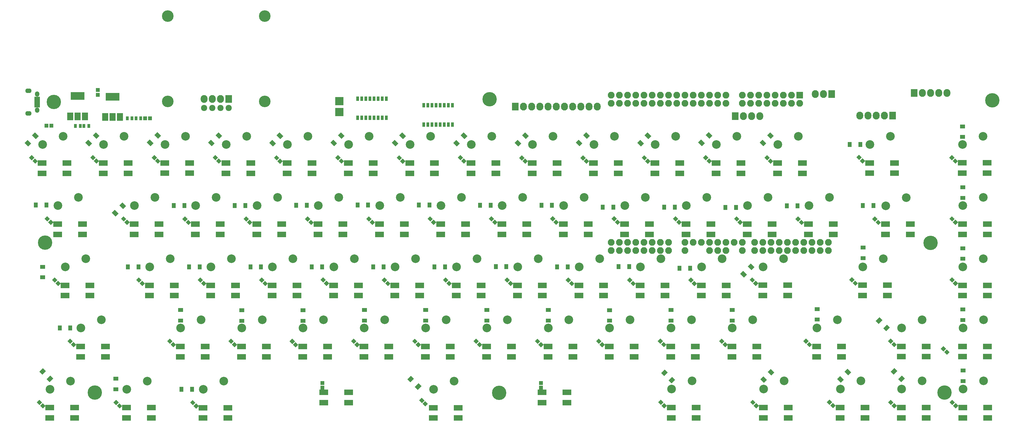
<source format=gbs>
G04 #@! TF.FileFunction,Soldermask,Bot*
%FSLAX46Y46*%
G04 Gerber Fmt 4.6, Leading zero omitted, Abs format (unit mm)*
G04 Created by KiCad (PCBNEW 4.0.7) date Fri Feb  9 22:51:10 2018*
%MOMM*%
%LPD*%
G01*
G04 APERTURE LIST*
%ADD10C,0.100000*%
%ADD11R,0.900000X1.400000*%
%ADD12C,4.464000*%
%ADD13C,1.924000*%
%ADD14C,3.600000*%
%ADD15R,2.127200X2.432000*%
%ADD16O,2.127200X2.432000*%
%ADD17R,4.200000X2.400000*%
%ADD18R,1.900000X2.400000*%
%ADD19R,1.310000X1.620000*%
%ADD20R,1.620000X1.310000*%
%ADD21R,1.150000X1.200000*%
%ADD22R,1.200000X1.150000*%
%ADD23R,0.900000X1.300000*%
%ADD24R,1.750000X0.800000*%
%ADD25O,1.350000X1.650000*%
%ADD26O,1.950000X1.400000*%
%ADD27R,2.635200X2.635200*%
%ADD28R,2.100000X2.100000*%
%ADD29O,2.100000X2.100000*%
%ADD30C,2.100000*%
%ADD31C,2.686000*%
%ADD32R,2.700000X1.700000*%
G04 APERTURE END LIST*
D10*
D11*
X115490000Y108660000D03*
X114220000Y108660000D03*
X112950000Y108660000D03*
X111680000Y108660000D03*
X110410000Y108660000D03*
X109140000Y108660000D03*
X107870000Y108660000D03*
X106600000Y108660000D03*
X106600000Y114660000D03*
X107870000Y114660000D03*
X109140000Y114660000D03*
X110410000Y114660000D03*
X111680000Y114660000D03*
X112950000Y114660000D03*
X114220000Y114660000D03*
X115490000Y114660000D03*
D10*
G36*
X180528820Y39338008D02*
X181341992Y40151180D01*
X182190520Y39302652D01*
X181377348Y38489480D01*
X180528820Y39338008D01*
X180528820Y39338008D01*
G37*
G36*
X181589480Y38277348D02*
X182402652Y39090520D01*
X183251180Y38241992D01*
X182438008Y37428820D01*
X181589480Y38277348D01*
X181589480Y38277348D01*
G37*
G36*
X123528820Y39338008D02*
X124341992Y40151180D01*
X125190520Y39302652D01*
X124377348Y38489480D01*
X123528820Y39338008D01*
X123528820Y39338008D01*
G37*
G36*
X124589480Y38277348D02*
X125402652Y39090520D01*
X126251180Y38241992D01*
X125438008Y37428820D01*
X124589480Y38277348D01*
X124589480Y38277348D01*
G37*
G36*
X6636518Y104182031D02*
X7782031Y103036518D01*
X6855722Y102110209D01*
X5710209Y103255722D01*
X6636518Y104182031D01*
X6636518Y104182031D01*
G37*
G36*
X4324278Y101869791D02*
X5469791Y100724278D01*
X4543482Y99797969D01*
X3397969Y100943482D01*
X4324278Y101869791D01*
X4324278Y101869791D01*
G37*
D12*
X147515000Y114490000D03*
D13*
X66620000Y111780000D03*
X64080000Y111780000D03*
X61540000Y111780000D03*
X59000000Y111780000D03*
D14*
X47810000Y113780000D03*
X77810000Y113780000D03*
X47810000Y140280000D03*
X77810000Y140280000D03*
D15*
X253550000Y116020000D03*
D16*
X251010000Y116020000D03*
X248470000Y116020000D03*
D15*
X223650000Y109170000D03*
D16*
X226190000Y109170000D03*
X228730000Y109170000D03*
X231270000Y109170000D03*
D12*
X9740000Y69890000D03*
X284165000Y69815000D03*
X303340000Y114140000D03*
X150440000Y23290000D03*
X288490000Y23340000D03*
X25190000Y23315000D03*
D17*
X30690000Y115240000D03*
D18*
X30690000Y108940000D03*
X28390000Y108940000D03*
X32990000Y108940000D03*
D19*
X52925000Y81390000D03*
X49655000Y81390000D03*
X10190000Y81570000D03*
X6920000Y81570000D03*
D20*
X9000000Y62400000D03*
X9000000Y59130000D03*
D19*
X17575000Y43390000D03*
X14305000Y43390000D03*
D10*
G36*
X12332031Y27743482D02*
X11186518Y26597969D01*
X10260209Y27524278D01*
X11405722Y28669791D01*
X12332031Y27743482D01*
X12332031Y27743482D01*
G37*
G36*
X10019791Y30055722D02*
X8874278Y28910209D01*
X7947969Y29836518D01*
X9093482Y30982031D01*
X10019791Y30055722D01*
X10019791Y30055722D01*
G37*
G36*
X25480398Y104225911D02*
X26625911Y103080398D01*
X25699602Y102154089D01*
X24554089Y103299602D01*
X25480398Y104225911D01*
X25480398Y104225911D01*
G37*
G36*
X23168158Y101913671D02*
X24313671Y100768158D01*
X23387362Y99841849D01*
X22241849Y100987362D01*
X23168158Y101913671D01*
X23168158Y101913671D01*
G37*
G36*
X33686518Y82432031D02*
X34832031Y81286518D01*
X33905722Y80360209D01*
X32760209Y81505722D01*
X33686518Y82432031D01*
X33686518Y82432031D01*
G37*
G36*
X31374278Y80119791D02*
X32519791Y78974278D01*
X31593482Y78047969D01*
X30447969Y79193482D01*
X31374278Y80119791D01*
X31374278Y80119791D01*
G37*
D19*
X38690000Y62400000D03*
X35420000Y62400000D03*
D20*
X31650000Y24385000D03*
X31650000Y27655000D03*
D10*
G36*
X44530398Y104275911D02*
X45675911Y103130398D01*
X44749602Y102204089D01*
X43604089Y103349602D01*
X44530398Y104275911D01*
X44530398Y104275911D01*
G37*
G36*
X42218158Y101963671D02*
X43363671Y100818158D01*
X42437362Y99891849D01*
X41291849Y101037362D01*
X42218158Y101963671D01*
X42218158Y101963671D01*
G37*
D19*
X57665000Y62380000D03*
X54395000Y62380000D03*
D20*
X51750000Y45715000D03*
X51750000Y48985000D03*
D19*
X55305000Y24390000D03*
X52035000Y24390000D03*
D10*
G36*
X63486518Y104232031D02*
X64632031Y103086518D01*
X63705722Y102160209D01*
X62560209Y103305722D01*
X63486518Y104232031D01*
X63486518Y104232031D01*
G37*
G36*
X61174278Y101919791D02*
X62319791Y100774278D01*
X61393482Y99847969D01*
X60247969Y100993482D01*
X61174278Y101919791D01*
X61174278Y101919791D01*
G37*
D19*
X71795000Y81470000D03*
X68525000Y81470000D03*
X76665000Y62390000D03*
X73395000Y62390000D03*
D20*
X70750000Y45655000D03*
X70750000Y48925000D03*
D10*
G36*
X82436518Y104182031D02*
X83582031Y103036518D01*
X82655722Y102110209D01*
X81510209Y103255722D01*
X82436518Y104182031D01*
X82436518Y104182031D01*
G37*
G36*
X80124278Y101869791D02*
X81269791Y100724278D01*
X80343482Y99797969D01*
X79197969Y100943482D01*
X80124278Y101869791D01*
X80124278Y101869791D01*
G37*
D19*
X90835000Y81500000D03*
X87565000Y81500000D03*
X95655000Y62350000D03*
X92385000Y62350000D03*
D20*
X89720000Y45655000D03*
X89720000Y48925000D03*
D10*
G36*
X101436518Y104232031D02*
X102582031Y103086518D01*
X101655722Y102160209D01*
X100510209Y103305722D01*
X101436518Y104232031D01*
X101436518Y104232031D01*
G37*
G36*
X99124278Y101919791D02*
X100269791Y100774278D01*
X99343482Y99847969D01*
X98197969Y100993482D01*
X99124278Y101919791D01*
X99124278Y101919791D01*
G37*
D19*
X109860000Y81560000D03*
X106590000Y81560000D03*
X114675000Y62400000D03*
X111405000Y62400000D03*
D20*
X108710000Y45725000D03*
X108710000Y48995000D03*
D10*
G36*
X120442638Y104188151D02*
X121588151Y103042638D01*
X120661842Y102116329D01*
X119516329Y103261842D01*
X120442638Y104188151D01*
X120442638Y104188151D01*
G37*
G36*
X118130398Y101875911D02*
X119275911Y100730398D01*
X118349602Y99804089D01*
X117204089Y100949602D01*
X118130398Y101875911D01*
X118130398Y101875911D01*
G37*
D19*
X128850000Y81620000D03*
X125580000Y81620000D03*
X133695000Y62390000D03*
X130425000Y62390000D03*
D20*
X127670000Y45740000D03*
X127670000Y49010000D03*
D10*
G36*
X126392031Y25383482D02*
X125246518Y24237969D01*
X124320209Y25164278D01*
X125465722Y26309791D01*
X126392031Y25383482D01*
X126392031Y25383482D01*
G37*
G36*
X124079791Y27695722D02*
X122934278Y26550209D01*
X122007969Y27476518D01*
X123153482Y28622031D01*
X124079791Y27695722D01*
X124079791Y27695722D01*
G37*
G36*
X139486518Y104182031D02*
X140632031Y103036518D01*
X139705722Y102110209D01*
X138560209Y103255722D01*
X139486518Y104182031D01*
X139486518Y104182031D01*
G37*
G36*
X137174278Y101869791D02*
X138319791Y100724278D01*
X137393482Y99797969D01*
X136247969Y100943482D01*
X137174278Y101869791D01*
X137174278Y101869791D01*
G37*
D19*
X147860000Y81550000D03*
X144590000Y81550000D03*
X152695000Y62500000D03*
X149425000Y62500000D03*
D20*
X146690000Y45705000D03*
X146690000Y48975000D03*
D10*
G36*
X158486518Y104182031D02*
X159632031Y103036518D01*
X158705722Y102110209D01*
X157560209Y103255722D01*
X158486518Y104182031D01*
X158486518Y104182031D01*
G37*
G36*
X156174278Y101869791D02*
X157319791Y100724278D01*
X156393482Y99797969D01*
X155247969Y100943482D01*
X156174278Y101869791D01*
X156174278Y101869791D01*
G37*
D19*
X166860000Y81500000D03*
X163590000Y81500000D03*
X171705000Y62380000D03*
X168435000Y62380000D03*
D20*
X165730000Y45715000D03*
X165730000Y48985000D03*
D10*
G36*
X177436518Y104232031D02*
X178582031Y103086518D01*
X177655722Y102160209D01*
X176510209Y103305722D01*
X177436518Y104232031D01*
X177436518Y104232031D01*
G37*
G36*
X175124278Y101919791D02*
X176269791Y100774278D01*
X175343482Y99847969D01*
X174197969Y100993482D01*
X175124278Y101919791D01*
X175124278Y101919791D01*
G37*
D19*
X185855000Y80900000D03*
X182585000Y80900000D03*
X190765000Y62460000D03*
X187495000Y62460000D03*
D20*
X184690000Y45685000D03*
X184690000Y48955000D03*
D10*
G36*
X196486518Y104182031D02*
X197632031Y103036518D01*
X196705722Y102110209D01*
X195560209Y103255722D01*
X196486518Y104182031D01*
X196486518Y104182031D01*
G37*
G36*
X194174278Y101869791D02*
X195319791Y100724278D01*
X194393482Y99797969D01*
X193247969Y100943482D01*
X194174278Y101869791D01*
X194174278Y101869791D01*
G37*
D19*
X204915000Y80920000D03*
X201645000Y80920000D03*
X209670000Y61960000D03*
X206400000Y61960000D03*
D20*
X203700000Y45695000D03*
X203700000Y48965000D03*
D10*
G36*
X205032031Y27343482D02*
X203886518Y26197969D01*
X202960209Y27124278D01*
X204105722Y28269791D01*
X205032031Y27343482D01*
X205032031Y27343482D01*
G37*
G36*
X202719791Y29655722D02*
X201574278Y28510209D01*
X200647969Y29436518D01*
X201793482Y30582031D01*
X202719791Y29655722D01*
X202719791Y29655722D01*
G37*
G36*
X215386518Y104282031D02*
X216532031Y103136518D01*
X215605722Y102210209D01*
X214460209Y103355722D01*
X215386518Y104282031D01*
X215386518Y104282031D01*
G37*
G36*
X213074278Y101969791D02*
X214219791Y100824278D01*
X213293482Y99897969D01*
X212147969Y101043482D01*
X213074278Y101969791D01*
X213074278Y101969791D01*
G37*
D19*
X223865000Y80860000D03*
X220595000Y80860000D03*
D10*
G36*
X228430398Y63475911D02*
X229575911Y62330398D01*
X228649602Y61404089D01*
X227504089Y62549602D01*
X228430398Y63475911D01*
X228430398Y63475911D01*
G37*
G36*
X226118158Y61163671D02*
X227263671Y60018158D01*
X226337362Y59091849D01*
X225191849Y60237362D01*
X226118158Y61163671D01*
X226118158Y61163671D01*
G37*
D20*
X222700000Y45735000D03*
X222700000Y49005000D03*
D10*
G36*
X232533482Y26367969D02*
X231387969Y27513482D01*
X232314278Y28439791D01*
X233459791Y27294278D01*
X232533482Y26367969D01*
X232533482Y26367969D01*
G37*
G36*
X234845722Y28680209D02*
X233700209Y29825722D01*
X234626518Y30752031D01*
X235772031Y29606518D01*
X234845722Y28680209D01*
X234845722Y28680209D01*
G37*
G36*
X234436518Y104232031D02*
X235582031Y103086518D01*
X234655722Y102160209D01*
X233510209Y103305722D01*
X234436518Y104232031D01*
X234436518Y104232031D01*
G37*
G36*
X232124278Y101919791D02*
X233269791Y100774278D01*
X232343482Y99847969D01*
X231197969Y100993482D01*
X232124278Y101919791D01*
X232124278Y101919791D01*
G37*
D19*
X242905000Y81380000D03*
X239635000Y81380000D03*
D20*
X248990000Y46005000D03*
X248990000Y49275000D03*
D10*
G36*
X256319602Y26414089D02*
X255174089Y27559602D01*
X256100398Y28485911D01*
X257245911Y27340398D01*
X256319602Y26414089D01*
X256319602Y26414089D01*
G37*
G36*
X258631842Y28726329D02*
X257486329Y29871842D01*
X258412638Y30798151D01*
X259558151Y29652638D01*
X258631842Y28726329D01*
X258631842Y28726329D01*
G37*
D19*
X262405000Y100410000D03*
X259135000Y100410000D03*
X266475000Y81390000D03*
X263205000Y81390000D03*
D20*
X263240000Y65105000D03*
X263240000Y68375000D03*
D10*
G36*
X276207031Y27749602D02*
X275061518Y26604089D01*
X274135209Y27530398D01*
X275280722Y28675911D01*
X276207031Y27749602D01*
X276207031Y27749602D01*
G37*
G36*
X273894791Y30061842D02*
X272749278Y28916329D01*
X271822969Y29842638D01*
X272968482Y30988151D01*
X273894791Y30061842D01*
X273894791Y30061842D01*
G37*
D21*
X26115000Y115815000D03*
X26115000Y117315000D03*
D22*
X40740000Y108490000D03*
X42240000Y108490000D03*
D23*
X39415000Y108490000D03*
X37915000Y108490000D03*
X36715000Y108490000D03*
X35215000Y108490000D03*
D10*
G36*
X4778820Y96338008D02*
X5591992Y97151180D01*
X6440520Y96302652D01*
X5627348Y95489480D01*
X4778820Y96338008D01*
X4778820Y96338008D01*
G37*
G36*
X5839480Y95277348D02*
X6652652Y96090520D01*
X7501180Y95241992D01*
X6688008Y94428820D01*
X5839480Y95277348D01*
X5839480Y95277348D01*
G37*
G36*
X9628820Y77338008D02*
X10441992Y78151180D01*
X11290520Y77302652D01*
X10477348Y76489480D01*
X9628820Y77338008D01*
X9628820Y77338008D01*
G37*
G36*
X10689480Y76277348D02*
X11502652Y77090520D01*
X12351180Y76241992D01*
X11538008Y75428820D01*
X10689480Y76277348D01*
X10689480Y76277348D01*
G37*
G36*
X11928820Y58338008D02*
X12741992Y59151180D01*
X13590520Y58302652D01*
X12777348Y57489480D01*
X11928820Y58338008D01*
X11928820Y58338008D01*
G37*
G36*
X12989480Y57277348D02*
X13802652Y58090520D01*
X14651180Y57241992D01*
X13838008Y56428820D01*
X12989480Y57277348D01*
X12989480Y57277348D01*
G37*
G36*
X16728820Y39338008D02*
X17541992Y40151180D01*
X18390520Y39302652D01*
X17577348Y38489480D01*
X16728820Y39338008D01*
X16728820Y39338008D01*
G37*
G36*
X17789480Y38277348D02*
X18602652Y39090520D01*
X19451180Y38241992D01*
X18638008Y37428820D01*
X17789480Y38277348D01*
X17789480Y38277348D01*
G37*
G36*
X7178820Y20338008D02*
X7991992Y21151180D01*
X8840520Y20302652D01*
X8027348Y19489480D01*
X7178820Y20338008D01*
X7178820Y20338008D01*
G37*
G36*
X8239480Y19277348D02*
X9052652Y20090520D01*
X9901180Y19241992D01*
X9088008Y18428820D01*
X8239480Y19277348D01*
X8239480Y19277348D01*
G37*
G36*
X23778820Y96338008D02*
X24591992Y97151180D01*
X25440520Y96302652D01*
X24627348Y95489480D01*
X23778820Y96338008D01*
X23778820Y96338008D01*
G37*
G36*
X24839480Y95277348D02*
X25652652Y96090520D01*
X26501180Y95241992D01*
X25688008Y94428820D01*
X24839480Y95277348D01*
X24839480Y95277348D01*
G37*
G36*
X33278820Y77338008D02*
X34091992Y78151180D01*
X34940520Y77302652D01*
X34127348Y76489480D01*
X33278820Y77338008D01*
X33278820Y77338008D01*
G37*
G36*
X34339480Y76277348D02*
X35152652Y77090520D01*
X36001180Y76241992D01*
X35188008Y75428820D01*
X34339480Y76277348D01*
X34339480Y76277348D01*
G37*
G36*
X38028820Y58338008D02*
X38841992Y59151180D01*
X39690520Y58302652D01*
X38877348Y57489480D01*
X38028820Y58338008D01*
X38028820Y58338008D01*
G37*
G36*
X39089480Y57277348D02*
X39902652Y58090520D01*
X40751180Y57241992D01*
X39938008Y56428820D01*
X39089480Y57277348D01*
X39089480Y57277348D01*
G37*
G36*
X47628820Y39338008D02*
X48441992Y40151180D01*
X49290520Y39302652D01*
X48477348Y38489480D01*
X47628820Y39338008D01*
X47628820Y39338008D01*
G37*
G36*
X48689480Y38277348D02*
X49502652Y39090520D01*
X50351180Y38241992D01*
X49538008Y37428820D01*
X48689480Y38277348D01*
X48689480Y38277348D01*
G37*
G36*
X30928820Y20338008D02*
X31741992Y21151180D01*
X32590520Y20302652D01*
X31777348Y19489480D01*
X30928820Y20338008D01*
X30928820Y20338008D01*
G37*
G36*
X31989480Y19277348D02*
X32802652Y20090520D01*
X33651180Y19241992D01*
X32838008Y18428820D01*
X31989480Y19277348D01*
X31989480Y19277348D01*
G37*
G36*
X42778820Y96338008D02*
X43591992Y97151180D01*
X44440520Y96302652D01*
X43627348Y95489480D01*
X42778820Y96338008D01*
X42778820Y96338008D01*
G37*
G36*
X43839480Y95277348D02*
X44652652Y96090520D01*
X45501180Y95241992D01*
X44688008Y94428820D01*
X43839480Y95277348D01*
X43839480Y95277348D01*
G37*
G36*
X52278820Y77288008D02*
X53091992Y78101180D01*
X53940520Y77252652D01*
X53127348Y76439480D01*
X52278820Y77288008D01*
X52278820Y77288008D01*
G37*
G36*
X53339480Y76227348D02*
X54152652Y77040520D01*
X55001180Y76191992D01*
X54188008Y75378820D01*
X53339480Y76227348D01*
X53339480Y76227348D01*
G37*
G36*
X57048490Y58338008D02*
X57861662Y59151180D01*
X58710190Y58302652D01*
X57897018Y57489480D01*
X57048490Y58338008D01*
X57048490Y58338008D01*
G37*
G36*
X58109150Y57277348D02*
X58922322Y58090520D01*
X59770850Y57241992D01*
X58957678Y56428820D01*
X58109150Y57277348D01*
X58109150Y57277348D01*
G37*
G36*
X66578820Y39338008D02*
X67391992Y40151180D01*
X68240520Y39302652D01*
X67427348Y38489480D01*
X66578820Y39338008D01*
X66578820Y39338008D01*
G37*
G36*
X67639480Y38277348D02*
X68452652Y39090520D01*
X69301180Y38241992D01*
X68488008Y37428820D01*
X67639480Y38277348D01*
X67639480Y38277348D01*
G37*
G36*
X54678820Y20288008D02*
X55491992Y21101180D01*
X56340520Y20252652D01*
X55527348Y19439480D01*
X54678820Y20288008D01*
X54678820Y20288008D01*
G37*
G36*
X55739480Y19227348D02*
X56552652Y20040520D01*
X57401180Y19191992D01*
X56588008Y18378820D01*
X55739480Y19227348D01*
X55739480Y19227348D01*
G37*
G36*
X61728820Y96338008D02*
X62541992Y97151180D01*
X63390520Y96302652D01*
X62577348Y95489480D01*
X61728820Y96338008D01*
X61728820Y96338008D01*
G37*
G36*
X62789480Y95277348D02*
X63602652Y96090520D01*
X64451180Y95241992D01*
X63638008Y94428820D01*
X62789480Y95277348D01*
X62789480Y95277348D01*
G37*
G36*
X71298490Y77318338D02*
X72111662Y78131510D01*
X72960190Y77282982D01*
X72147018Y76469810D01*
X71298490Y77318338D01*
X71298490Y77318338D01*
G37*
G36*
X72359150Y76257678D02*
X73172322Y77070850D01*
X74020850Y76222322D01*
X73207678Y75409150D01*
X72359150Y76257678D01*
X72359150Y76257678D01*
G37*
G36*
X76078820Y58338008D02*
X76891992Y59151180D01*
X77740520Y58302652D01*
X76927348Y57489480D01*
X76078820Y58338008D01*
X76078820Y58338008D01*
G37*
G36*
X77139480Y57277348D02*
X77952652Y58090520D01*
X78801180Y57241992D01*
X77988008Y56428820D01*
X77139480Y57277348D01*
X77139480Y57277348D01*
G37*
G36*
X85528820Y39288008D02*
X86341992Y40101180D01*
X87190520Y39252652D01*
X86377348Y38439480D01*
X85528820Y39288008D01*
X85528820Y39288008D01*
G37*
G36*
X86589480Y38227348D02*
X87402652Y39040520D01*
X88251180Y38191992D01*
X87438008Y37378820D01*
X86589480Y38227348D01*
X86589480Y38227348D01*
G37*
G36*
X80698490Y96318338D02*
X81511662Y97131510D01*
X82360190Y96282982D01*
X81547018Y95469810D01*
X80698490Y96318338D01*
X80698490Y96318338D01*
G37*
G36*
X81759150Y95257678D02*
X82572322Y96070850D01*
X83420850Y95222322D01*
X82607678Y94409150D01*
X81759150Y95257678D01*
X81759150Y95257678D01*
G37*
G36*
X90298490Y77318338D02*
X91111662Y78131510D01*
X91960190Y77282982D01*
X91147018Y76469810D01*
X90298490Y77318338D01*
X90298490Y77318338D01*
G37*
G36*
X91359150Y76257678D02*
X92172322Y77070850D01*
X93020850Y76222322D01*
X92207678Y75409150D01*
X91359150Y76257678D01*
X91359150Y76257678D01*
G37*
D21*
X95740000Y24840000D03*
X95740000Y26340000D03*
D10*
G36*
X95098490Y58368338D02*
X95911662Y59181510D01*
X96760190Y58332982D01*
X95947018Y57519810D01*
X95098490Y58368338D01*
X95098490Y58368338D01*
G37*
G36*
X96159150Y57307678D02*
X96972322Y58120850D01*
X97820850Y57272322D01*
X97007678Y56459150D01*
X96159150Y57307678D01*
X96159150Y57307678D01*
G37*
G36*
X104578820Y39338008D02*
X105391992Y40151180D01*
X106240520Y39302652D01*
X105427348Y38489480D01*
X104578820Y39338008D01*
X104578820Y39338008D01*
G37*
G36*
X105639480Y38277348D02*
X106452652Y39090520D01*
X107301180Y38241992D01*
X106488008Y37428820D01*
X105639480Y38277348D01*
X105639480Y38277348D01*
G37*
G36*
X99698490Y96368338D02*
X100511662Y97181510D01*
X101360190Y96332982D01*
X100547018Y95519810D01*
X99698490Y96368338D01*
X99698490Y96368338D01*
G37*
G36*
X100759150Y95307678D02*
X101572322Y96120850D01*
X102420850Y95272322D01*
X101607678Y94459150D01*
X100759150Y95307678D01*
X100759150Y95307678D01*
G37*
G36*
X109298490Y77318338D02*
X110111662Y78131510D01*
X110960190Y77282982D01*
X110147018Y76469810D01*
X109298490Y77318338D01*
X109298490Y77318338D01*
G37*
G36*
X110359150Y76257678D02*
X111172322Y77070850D01*
X112020850Y76222322D01*
X111207678Y75409150D01*
X110359150Y76257678D01*
X110359150Y76257678D01*
G37*
G36*
X114078820Y58338008D02*
X114891992Y59151180D01*
X115740520Y58302652D01*
X114927348Y57489480D01*
X114078820Y58338008D01*
X114078820Y58338008D01*
G37*
G36*
X115139480Y57277348D02*
X115952652Y58090520D01*
X116801180Y57241992D01*
X115988008Y56428820D01*
X115139480Y57277348D01*
X115139480Y57277348D01*
G37*
G36*
X125678820Y20938008D02*
X126491992Y21751180D01*
X127340520Y20902652D01*
X126527348Y20089480D01*
X125678820Y20938008D01*
X125678820Y20938008D01*
G37*
G36*
X126739480Y19877348D02*
X127552652Y20690520D01*
X128401180Y19841992D01*
X127588008Y19028820D01*
X126739480Y19877348D01*
X126739480Y19877348D01*
G37*
G36*
X118698490Y96318338D02*
X119511662Y97131510D01*
X120360190Y96282982D01*
X119547018Y95469810D01*
X118698490Y96318338D01*
X118698490Y96318338D01*
G37*
G36*
X119759150Y95257678D02*
X120572322Y96070850D01*
X121420850Y95222322D01*
X120607678Y94409150D01*
X119759150Y95257678D01*
X119759150Y95257678D01*
G37*
G36*
X128278820Y77338008D02*
X129091992Y78151180D01*
X129940520Y77302652D01*
X129127348Y76489480D01*
X128278820Y77338008D01*
X128278820Y77338008D01*
G37*
G36*
X129339480Y76277348D02*
X130152652Y77090520D01*
X131001180Y76241992D01*
X130188008Y75428820D01*
X129339480Y76277348D01*
X129339480Y76277348D01*
G37*
G36*
X133078820Y58338008D02*
X133891992Y59151180D01*
X134740520Y58302652D01*
X133927348Y57489480D01*
X133078820Y58338008D01*
X133078820Y58338008D01*
G37*
G36*
X134139480Y57277348D02*
X134952652Y58090520D01*
X135801180Y57241992D01*
X134988008Y56428820D01*
X134139480Y57277348D01*
X134139480Y57277348D01*
G37*
G36*
X142528820Y39338008D02*
X143341992Y40151180D01*
X144190520Y39302652D01*
X143377348Y38489480D01*
X142528820Y39338008D01*
X142528820Y39338008D01*
G37*
G36*
X143589480Y38277348D02*
X144402652Y39090520D01*
X145251180Y38241992D01*
X144438008Y37428820D01*
X143589480Y38277348D01*
X143589480Y38277348D01*
G37*
G36*
X137678820Y96338008D02*
X138491992Y97151180D01*
X139340520Y96302652D01*
X138527348Y95489480D01*
X137678820Y96338008D01*
X137678820Y96338008D01*
G37*
G36*
X138739480Y95277348D02*
X139552652Y96090520D01*
X140401180Y95241992D01*
X139588008Y94428820D01*
X138739480Y95277348D01*
X138739480Y95277348D01*
G37*
G36*
X147278820Y77338008D02*
X148091992Y78151180D01*
X148940520Y77302652D01*
X148127348Y76489480D01*
X147278820Y77338008D01*
X147278820Y77338008D01*
G37*
G36*
X148339480Y76277348D02*
X149152652Y77090520D01*
X150001180Y76241992D01*
X149188008Y75428820D01*
X148339480Y76277348D01*
X148339480Y76277348D01*
G37*
G36*
X152128820Y58338008D02*
X152941992Y59151180D01*
X153790520Y58302652D01*
X152977348Y57489480D01*
X152128820Y58338008D01*
X152128820Y58338008D01*
G37*
G36*
X153189480Y57277348D02*
X154002652Y58090520D01*
X154851180Y57241992D01*
X154038008Y56428820D01*
X153189480Y57277348D01*
X153189480Y57277348D01*
G37*
G36*
X161528820Y39338008D02*
X162341992Y40151180D01*
X163190520Y39302652D01*
X162377348Y38489480D01*
X161528820Y39338008D01*
X161528820Y39338008D01*
G37*
G36*
X162589480Y38277348D02*
X163402652Y39090520D01*
X164251180Y38241992D01*
X163438008Y37428820D01*
X162589480Y38277348D01*
X162589480Y38277348D01*
G37*
D21*
X163390000Y26340000D03*
X163390000Y24840000D03*
D10*
G36*
X156678820Y96288008D02*
X157491992Y97101180D01*
X158340520Y96252652D01*
X157527348Y95439480D01*
X156678820Y96288008D01*
X156678820Y96288008D01*
G37*
G36*
X157739480Y95227348D02*
X158552652Y96040520D01*
X159401180Y95191992D01*
X158588008Y94378820D01*
X157739480Y95227348D01*
X157739480Y95227348D01*
G37*
G36*
X168970850Y76272322D02*
X168157678Y75459150D01*
X167309150Y76307678D01*
X168122322Y77120850D01*
X168970850Y76272322D01*
X168970850Y76272322D01*
G37*
G36*
X167910190Y77332982D02*
X167097018Y76519810D01*
X166248490Y77368338D01*
X167061662Y78181510D01*
X167910190Y77332982D01*
X167910190Y77332982D01*
G37*
G36*
X171078820Y58338008D02*
X171891992Y59151180D01*
X172740520Y58302652D01*
X171927348Y57489480D01*
X171078820Y58338008D01*
X171078820Y58338008D01*
G37*
G36*
X172139480Y57277348D02*
X172952652Y58090520D01*
X173801180Y57241992D01*
X172988008Y56428820D01*
X172139480Y57277348D01*
X172139480Y57277348D01*
G37*
G36*
X175628820Y96288008D02*
X176441992Y97101180D01*
X177290520Y96252652D01*
X176477348Y95439480D01*
X175628820Y96288008D01*
X175628820Y96288008D01*
G37*
G36*
X176689480Y95227348D02*
X177502652Y96040520D01*
X178351180Y95191992D01*
X177538008Y94378820D01*
X176689480Y95227348D01*
X176689480Y95227348D01*
G37*
G36*
X185298490Y77368338D02*
X186111662Y78181510D01*
X186960190Y77332982D01*
X186147018Y76519810D01*
X185298490Y77368338D01*
X185298490Y77368338D01*
G37*
G36*
X186359150Y76307678D02*
X187172322Y77120850D01*
X188020850Y76272322D01*
X187207678Y75459150D01*
X186359150Y76307678D01*
X186359150Y76307678D01*
G37*
G36*
X190128820Y58338008D02*
X190941992Y59151180D01*
X191790520Y58302652D01*
X190977348Y57489480D01*
X190128820Y58338008D01*
X190128820Y58338008D01*
G37*
G36*
X191189480Y57277348D02*
X192002652Y58090520D01*
X192851180Y57241992D01*
X192038008Y56428820D01*
X191189480Y57277348D01*
X191189480Y57277348D01*
G37*
G36*
X199598490Y39368338D02*
X200411662Y40181510D01*
X201260190Y39332982D01*
X200447018Y38519810D01*
X199598490Y39368338D01*
X199598490Y39368338D01*
G37*
G36*
X200659150Y38307678D02*
X201472322Y39120850D01*
X202320850Y38272322D01*
X201507678Y37459150D01*
X200659150Y38307678D01*
X200659150Y38307678D01*
G37*
G36*
X199748490Y20368338D02*
X200561662Y21181510D01*
X201410190Y20332982D01*
X200597018Y19519810D01*
X199748490Y20368338D01*
X199748490Y20368338D01*
G37*
G36*
X200809150Y19307678D02*
X201622322Y20120850D01*
X202470850Y19272322D01*
X201657678Y18459150D01*
X200809150Y19307678D01*
X200809150Y19307678D01*
G37*
G36*
X194648490Y96318338D02*
X195461662Y97131510D01*
X196310190Y96282982D01*
X195497018Y95469810D01*
X194648490Y96318338D01*
X194648490Y96318338D01*
G37*
G36*
X195709150Y95257678D02*
X196522322Y96070850D01*
X197370850Y95222322D01*
X196557678Y94409150D01*
X195709150Y95257678D01*
X195709150Y95257678D01*
G37*
G36*
X204328820Y77338008D02*
X205141992Y78151180D01*
X205990520Y77302652D01*
X205177348Y76489480D01*
X204328820Y77338008D01*
X204328820Y77338008D01*
G37*
G36*
X205389480Y76277348D02*
X206202652Y77090520D01*
X207051180Y76241992D01*
X206238008Y75428820D01*
X205389480Y76277348D01*
X205389480Y76277348D01*
G37*
G36*
X209088820Y58318008D02*
X209901992Y59131180D01*
X210750520Y58282652D01*
X209937348Y57469480D01*
X209088820Y58318008D01*
X209088820Y58318008D01*
G37*
G36*
X210149480Y57257348D02*
X210962652Y58070520D01*
X211811180Y57221992D01*
X210998008Y56408820D01*
X210149480Y57257348D01*
X210149480Y57257348D01*
G37*
G36*
X218648490Y39318338D02*
X219461662Y40131510D01*
X220310190Y39282982D01*
X219497018Y38469810D01*
X218648490Y39318338D01*
X218648490Y39318338D01*
G37*
G36*
X219709150Y38257678D02*
X220522322Y39070850D01*
X221370850Y38222322D01*
X220557678Y37409150D01*
X219709150Y38257678D01*
X219709150Y38257678D01*
G37*
G36*
X228273490Y20368338D02*
X229086662Y21181510D01*
X229935190Y20332982D01*
X229122018Y19519810D01*
X228273490Y20368338D01*
X228273490Y20368338D01*
G37*
G36*
X229334150Y19307678D02*
X230147322Y20120850D01*
X230995850Y19272322D01*
X230182678Y18459150D01*
X229334150Y19307678D01*
X229334150Y19307678D01*
G37*
G36*
X213678820Y96338008D02*
X214491992Y97151180D01*
X215340520Y96302652D01*
X214527348Y95489480D01*
X213678820Y96338008D01*
X213678820Y96338008D01*
G37*
G36*
X214739480Y95277348D02*
X215552652Y96090520D01*
X216401180Y95241992D01*
X215588008Y94428820D01*
X214739480Y95277348D01*
X214739480Y95277348D01*
G37*
G36*
X223278820Y77338008D02*
X224091992Y78151180D01*
X224940520Y77302652D01*
X224127348Y76489480D01*
X223278820Y77338008D01*
X223278820Y77338008D01*
G37*
G36*
X224339480Y76277348D02*
X225152652Y77090520D01*
X226001180Y76241992D01*
X225188008Y75428820D01*
X224339480Y76277348D01*
X224339480Y76277348D01*
G37*
G36*
X228098490Y58368338D02*
X228911662Y59181510D01*
X229760190Y58332982D01*
X228947018Y57519810D01*
X228098490Y58368338D01*
X228098490Y58368338D01*
G37*
G36*
X229159150Y57307678D02*
X229972322Y58120850D01*
X230820850Y57272322D01*
X230007678Y56459150D01*
X229159150Y57307678D01*
X229159150Y57307678D01*
G37*
G36*
X232698490Y96318338D02*
X233511662Y97131510D01*
X234360190Y96282982D01*
X233547018Y95469810D01*
X232698490Y96318338D01*
X232698490Y96318338D01*
G37*
G36*
X233759150Y95257678D02*
X234572322Y96070850D01*
X235420850Y95222322D01*
X234607678Y94409150D01*
X233759150Y95257678D01*
X233759150Y95257678D01*
G37*
G36*
X242278820Y77288008D02*
X243091992Y78101180D01*
X243940520Y77252652D01*
X243127348Y76439480D01*
X242278820Y77288008D01*
X242278820Y77288008D01*
G37*
G36*
X243339480Y76227348D02*
X244152652Y77040520D01*
X245001180Y76191992D01*
X244188008Y75378820D01*
X243339480Y76227348D01*
X243339480Y76227348D01*
G37*
G36*
X252023490Y20418338D02*
X252836662Y21231510D01*
X253685190Y20382982D01*
X252872018Y19569810D01*
X252023490Y20418338D01*
X252023490Y20418338D01*
G37*
G36*
X253084150Y19357678D02*
X253897322Y20170850D01*
X254745850Y19322322D01*
X253932678Y18509150D01*
X253084150Y19357678D01*
X253084150Y19357678D01*
G37*
G36*
X244728820Y39363008D02*
X245541992Y40176180D01*
X246390520Y39327652D01*
X245577348Y38514480D01*
X244728820Y39363008D01*
X244728820Y39363008D01*
G37*
G36*
X245789480Y38302348D02*
X246602652Y39115520D01*
X247451180Y38266992D01*
X246638008Y37453820D01*
X245789480Y38302348D01*
X245789480Y38302348D01*
G37*
G36*
X258948490Y58418338D02*
X259761662Y59231510D01*
X260610190Y58382982D01*
X259797018Y57569810D01*
X258948490Y58418338D01*
X258948490Y58418338D01*
G37*
G36*
X260009150Y57357678D02*
X260822322Y58170850D01*
X261670850Y57322322D01*
X260857678Y56509150D01*
X260009150Y57357678D01*
X260009150Y57357678D01*
G37*
G36*
X261198490Y96418338D02*
X262011662Y97231510D01*
X262860190Y96382982D01*
X262047018Y95569810D01*
X261198490Y96418338D01*
X261198490Y96418338D01*
G37*
G36*
X262259150Y95357678D02*
X263072322Y96170850D01*
X263920850Y95322322D01*
X263107678Y94509150D01*
X262259150Y95357678D01*
X262259150Y95357678D01*
G37*
G36*
X266048490Y77318338D02*
X266861662Y78131510D01*
X267710190Y77282982D01*
X266897018Y76469810D01*
X266048490Y77318338D01*
X266048490Y77318338D01*
G37*
G36*
X267109150Y76257678D02*
X267922322Y77070850D01*
X268770850Y76222322D01*
X267957678Y75409150D01*
X267109150Y76257678D01*
X267109150Y76257678D01*
G37*
G36*
X271023490Y20343338D02*
X271836662Y21156510D01*
X272685190Y20307982D01*
X271872018Y19494810D01*
X271023490Y20343338D01*
X271023490Y20343338D01*
G37*
G36*
X272084150Y19282678D02*
X272897322Y20095850D01*
X273745850Y19247322D01*
X272932678Y18434150D01*
X272084150Y19282678D01*
X272084150Y19282678D01*
G37*
D15*
X279070000Y116415000D03*
D16*
X281610000Y116415000D03*
X284150000Y116415000D03*
X286690000Y116415000D03*
X289230000Y116415000D03*
D15*
X155460000Y112180000D03*
D16*
X158000000Y112180000D03*
X160540000Y112180000D03*
X163080000Y112180000D03*
X165620000Y112180000D03*
X168160000Y112180000D03*
X170700000Y112180000D03*
X173240000Y112180000D03*
X175780000Y112180000D03*
X178320000Y112180000D03*
X180860000Y112180000D03*
D12*
X12440000Y113590000D03*
D15*
X272410000Y109380000D03*
D16*
X269870000Y109380000D03*
X267330000Y109380000D03*
X264790000Y109380000D03*
X262250000Y109380000D03*
D22*
X11690000Y106240000D03*
X10190000Y106240000D03*
D17*
X19840000Y115440000D03*
D18*
X19840000Y109140000D03*
X17540000Y109140000D03*
X22140000Y109140000D03*
D23*
X19165000Y106165000D03*
X20665000Y106165000D03*
X21815000Y106165000D03*
X23315000Y106165000D03*
D24*
X7327540Y112264100D03*
X7327540Y112914100D03*
X7327540Y113564100D03*
X7327540Y114214100D03*
X7327540Y114864100D03*
D25*
X7327540Y111064100D03*
X7327540Y116064100D03*
D26*
X4627540Y110064100D03*
X4627540Y117064100D03*
D10*
G36*
X270978820Y39363008D02*
X271791992Y40176180D01*
X272640520Y39327652D01*
X271827348Y38514480D01*
X270978820Y39363008D01*
X270978820Y39363008D01*
G37*
G36*
X272039480Y38302348D02*
X272852652Y39115520D01*
X273701180Y38266992D01*
X272888008Y37453820D01*
X272039480Y38302348D01*
X272039480Y38302348D01*
G37*
G36*
X289928820Y96363008D02*
X290741992Y97176180D01*
X291590520Y96327652D01*
X290777348Y95514480D01*
X289928820Y96363008D01*
X289928820Y96363008D01*
G37*
G36*
X290989480Y95302348D02*
X291802652Y96115520D01*
X292651180Y95266992D01*
X291838008Y94453820D01*
X290989480Y95302348D01*
X290989480Y95302348D01*
G37*
G36*
X289978820Y77338008D02*
X290791992Y78151180D01*
X291640520Y77302652D01*
X290827348Y76489480D01*
X289978820Y77338008D01*
X289978820Y77338008D01*
G37*
G36*
X291039480Y76277348D02*
X291852652Y77090520D01*
X292701180Y76241992D01*
X291888008Y75428820D01*
X291039480Y76277348D01*
X291039480Y76277348D01*
G37*
G36*
X290003820Y58363008D02*
X290816992Y59176180D01*
X291665520Y58327652D01*
X290852348Y57514480D01*
X290003820Y58363008D01*
X290003820Y58363008D01*
G37*
G36*
X291064480Y57302348D02*
X291877652Y58115520D01*
X292726180Y57266992D01*
X291913008Y56453820D01*
X291064480Y57302348D01*
X291064480Y57302348D01*
G37*
G36*
X287328820Y37013008D02*
X288141992Y37826180D01*
X288990520Y36977652D01*
X288177348Y36164480D01*
X287328820Y37013008D01*
X287328820Y37013008D01*
G37*
G36*
X288389480Y35952348D02*
X289202652Y36765520D01*
X290051180Y35916992D01*
X289238008Y35103820D01*
X288389480Y35952348D01*
X288389480Y35952348D01*
G37*
G36*
X290073490Y20343338D02*
X290886662Y21156510D01*
X291735190Y20307982D01*
X290922018Y19494810D01*
X290073490Y20343338D01*
X290073490Y20343338D01*
G37*
G36*
X291134150Y19282678D02*
X291947322Y20095850D01*
X292795850Y19247322D01*
X291982678Y18434150D01*
X291134150Y19282678D01*
X291134150Y19282678D01*
G37*
G36*
X271572031Y43543482D02*
X270426518Y42397969D01*
X269500209Y43324278D01*
X270645722Y44469791D01*
X271572031Y43543482D01*
X271572031Y43543482D01*
G37*
G36*
X269259791Y45855722D02*
X268114278Y44710209D01*
X267187969Y45636518D01*
X268333482Y46782031D01*
X269259791Y45855722D01*
X269259791Y45855722D01*
G37*
D20*
X294090000Y102730000D03*
X294090000Y106000000D03*
X294115000Y83830000D03*
X294115000Y87100000D03*
X294190000Y64880000D03*
X294190000Y68150000D03*
X294165000Y45905000D03*
X294165000Y49175000D03*
X294215000Y26905000D03*
X294215000Y30175000D03*
D15*
X66650000Y114540000D03*
D16*
X64110000Y114540000D03*
X61570000Y114540000D03*
X59030000Y114540000D03*
D11*
X135960000Y106610000D03*
X134690000Y106610000D03*
X133420000Y106610000D03*
X132150000Y106610000D03*
X130880000Y106610000D03*
X129610000Y106610000D03*
X128340000Y106610000D03*
X127070000Y106610000D03*
X127070000Y112610000D03*
X128340000Y112610000D03*
X129610000Y112610000D03*
X130880000Y112610000D03*
X132150000Y112610000D03*
X133420000Y112610000D03*
X134690000Y112610000D03*
X135960000Y112610000D03*
D27*
X100940000Y113890000D03*
X100940000Y110470000D03*
D28*
X243610000Y115730000D03*
D29*
X243610000Y113190000D03*
X241070000Y115730000D03*
X241070000Y113190000D03*
X238530000Y115730000D03*
X238530000Y113190000D03*
X235990000Y115730000D03*
X235990000Y113190000D03*
X233450000Y115730000D03*
X233450000Y113190000D03*
X230910000Y115730000D03*
X230910000Y113190000D03*
X228370000Y115730000D03*
X228370000Y113190000D03*
X225830000Y115730000D03*
X225830000Y113190000D03*
X220750000Y115730000D03*
X220750000Y113190000D03*
X218210000Y115730000D03*
X218210000Y113190000D03*
X215670000Y115730000D03*
X215670000Y113190000D03*
X213130000Y115730000D03*
X213130000Y113190000D03*
X210590000Y115730000D03*
X210590000Y113190000D03*
X208050000Y115730000D03*
X208050000Y113190000D03*
X205510000Y115730000D03*
X205510000Y113190000D03*
X202970000Y115730000D03*
X202970000Y113190000D03*
X200430000Y115730000D03*
X200430000Y113190000D03*
X197890000Y115730000D03*
X197890000Y113190000D03*
X195350000Y115730000D03*
X195350000Y113190000D03*
X192810000Y115730000D03*
X192810000Y113190000D03*
X190270000Y115730000D03*
X190270000Y113190000D03*
X187730000Y115730000D03*
X187730000Y113190000D03*
X185190000Y115730000D03*
X185190000Y113190000D03*
X252496158Y70010914D03*
X252496158Y67470000D03*
X190270000Y70010000D03*
X195350000Y70010000D03*
X195350000Y67470000D03*
X192810000Y70010000D03*
X192810000Y67470000D03*
X190270000Y67470000D03*
X208050000Y70010000D03*
X210590000Y70010000D03*
X213130000Y70010000D03*
X208050000Y67470000D03*
X197890000Y70010000D03*
X202970000Y67470000D03*
X200430000Y70010000D03*
X200430000Y67470000D03*
X202970000Y70010000D03*
X197890000Y67470000D03*
X185190000Y67470000D03*
X187730000Y70010000D03*
X185190000Y70010000D03*
X187730000Y67470000D03*
X220750000Y70010000D03*
X220750000Y67470000D03*
X218210000Y70010000D03*
X218210000Y67470000D03*
X215670000Y70010000D03*
X215670000Y67470000D03*
X234720000Y70010000D03*
X239800000Y67470000D03*
X237260000Y70010000D03*
X237260000Y67470000D03*
X239800000Y70010000D03*
X242340000Y67470000D03*
X242340000Y70010000D03*
X234720000Y67470000D03*
X244880000Y70010000D03*
X247420000Y70010000D03*
D30*
X249960000Y70010000D03*
D29*
X249960000Y67470000D03*
X247420000Y67470000D03*
X244880000Y67470000D03*
X223290000Y70010000D03*
X232180000Y70010000D03*
X232180000Y67470000D03*
X229640000Y70010000D03*
X229640000Y67470000D03*
X225826158Y70010000D03*
X225826158Y67470914D03*
D31*
X300565000Y26955000D03*
X294215000Y24415000D03*
D32*
X301825000Y15475000D03*
X301825000Y18675000D03*
X294125000Y18675000D03*
X294125000Y15475000D03*
D31*
X300550000Y45970000D03*
X294200000Y43430000D03*
D32*
X301810000Y34490000D03*
X301810000Y37690000D03*
X294110000Y37690000D03*
X294110000Y34490000D03*
D31*
X300530000Y64945000D03*
X294180000Y62405000D03*
D32*
X301790000Y53465000D03*
X301790000Y56665000D03*
X294090000Y56665000D03*
X294090000Y53465000D03*
D31*
X300505000Y83945000D03*
X294155000Y81405000D03*
D32*
X301765000Y72465000D03*
X301765000Y75665000D03*
X294065000Y75665000D03*
X294065000Y72465000D03*
D31*
X300455000Y102970000D03*
X294105000Y100430000D03*
D32*
X301715000Y91490000D03*
X301715000Y94690000D03*
X294015000Y94690000D03*
X294015000Y91490000D03*
D31*
X262560000Y26970000D03*
X256210000Y24430000D03*
D32*
X263820000Y15490000D03*
X263820000Y18690000D03*
X256120000Y18690000D03*
X256120000Y15490000D03*
D31*
X281530000Y45970000D03*
X275180000Y43430000D03*
D32*
X282790000Y34490000D03*
X282790000Y37690000D03*
X275090000Y37690000D03*
X275090000Y34490000D03*
D31*
X252800000Y83930000D03*
X246450000Y81390000D03*
D32*
X254060000Y72450000D03*
X254060000Y75650000D03*
X246360000Y75650000D03*
X246360000Y72450000D03*
D31*
X229050000Y45945000D03*
X222700000Y43405000D03*
D32*
X230310000Y34465000D03*
X230310000Y37665000D03*
X222610000Y37665000D03*
X222610000Y34465000D03*
D31*
X233800000Y83930000D03*
X227450000Y81390000D03*
D32*
X235060000Y72450000D03*
X235060000Y75650000D03*
X227360000Y75650000D03*
X227360000Y72450000D03*
D31*
X224160000Y102930000D03*
X217810000Y100390000D03*
D32*
X225420000Y91450000D03*
X225420000Y94650000D03*
X217720000Y94650000D03*
X217720000Y91450000D03*
D31*
X210050000Y45950000D03*
X203700000Y43410000D03*
D32*
X211310000Y34470000D03*
X211310000Y37670000D03*
X203610000Y37670000D03*
X203610000Y34470000D03*
D31*
X219600000Y64940000D03*
X213250000Y62400000D03*
D32*
X220860000Y53460000D03*
X220860000Y56660000D03*
X213160000Y56660000D03*
X213160000Y53460000D03*
D31*
X214800000Y83940000D03*
X208450000Y81400000D03*
D32*
X216060000Y72460000D03*
X216060000Y75660000D03*
X208360000Y75660000D03*
X208360000Y72460000D03*
D31*
X205150000Y102930000D03*
X198800000Y100390000D03*
D32*
X206410000Y91450000D03*
X206410000Y94650000D03*
X198710000Y94650000D03*
X198710000Y91450000D03*
D31*
X191050000Y45950000D03*
X184700000Y43410000D03*
D32*
X192310000Y34470000D03*
X192310000Y37670000D03*
X184610000Y37670000D03*
X184610000Y34470000D03*
D31*
X200600000Y64940000D03*
X194250000Y62400000D03*
D32*
X201860000Y53460000D03*
X201860000Y56660000D03*
X194160000Y56660000D03*
X194160000Y53460000D03*
D31*
X186170000Y102930000D03*
X179820000Y100390000D03*
D32*
X187430000Y91450000D03*
X187430000Y94650000D03*
X179730000Y94650000D03*
X179730000Y91450000D03*
D31*
X172050000Y45940000D03*
X165700000Y43400000D03*
D32*
X173310000Y34460000D03*
X173310000Y37660000D03*
X165610000Y37660000D03*
X165610000Y34460000D03*
D31*
X176800000Y83940000D03*
X170450000Y81400000D03*
D32*
X178060000Y72460000D03*
X178060000Y75660000D03*
X170360000Y75660000D03*
X170360000Y72460000D03*
D31*
X153050000Y45940000D03*
X146700000Y43400000D03*
D32*
X154310000Y34460000D03*
X154310000Y37660000D03*
X146610000Y37660000D03*
X146610000Y34460000D03*
D31*
X162600000Y64940000D03*
X156250000Y62400000D03*
D32*
X163860000Y53460000D03*
X163860000Y56660000D03*
X156160000Y56660000D03*
X156160000Y53460000D03*
D31*
X157800000Y83940000D03*
X151450000Y81400000D03*
D32*
X159060000Y72460000D03*
X159060000Y75660000D03*
X151360000Y75660000D03*
X151360000Y72460000D03*
D31*
X134040000Y45930000D03*
X127690000Y43390000D03*
D32*
X135300000Y34450000D03*
X135300000Y37650000D03*
X127600000Y37650000D03*
X127600000Y34450000D03*
D31*
X143600000Y64940000D03*
X137250000Y62400000D03*
D32*
X144860000Y53460000D03*
X144860000Y56660000D03*
X137160000Y56660000D03*
X137160000Y53460000D03*
D31*
X138800000Y83940000D03*
X132450000Y81400000D03*
D32*
X140060000Y72460000D03*
X140060000Y75660000D03*
X132360000Y75660000D03*
X132360000Y72460000D03*
D31*
X129190000Y102930000D03*
X122840000Y100390000D03*
D32*
X130450000Y91450000D03*
X130450000Y94650000D03*
X122750000Y94650000D03*
X122750000Y91450000D03*
D31*
X115040000Y45930000D03*
X108690000Y43390000D03*
D32*
X116300000Y34450000D03*
X116300000Y37650000D03*
X108600000Y37650000D03*
X108600000Y34450000D03*
D31*
X124590000Y64940000D03*
X118240000Y62400000D03*
D32*
X125850000Y53460000D03*
X125850000Y56660000D03*
X118150000Y56660000D03*
X118150000Y53460000D03*
D31*
X119800000Y83940000D03*
X113450000Y81400000D03*
D32*
X121060000Y72460000D03*
X121060000Y75660000D03*
X113360000Y75660000D03*
X113360000Y72460000D03*
D31*
X105590000Y64940000D03*
X99240000Y62400000D03*
D32*
X106850000Y53460000D03*
X106850000Y56660000D03*
X99150000Y56660000D03*
X99150000Y53460000D03*
D31*
X100800000Y83940000D03*
X94450000Y81400000D03*
D32*
X102060000Y72460000D03*
X102060000Y75660000D03*
X94360000Y75660000D03*
X94360000Y72460000D03*
D31*
X77100000Y45940000D03*
X70750000Y43400000D03*
D32*
X78360000Y34460000D03*
X78360000Y37660000D03*
X70660000Y37660000D03*
X70660000Y34460000D03*
D31*
X86570000Y64940000D03*
X80220000Y62400000D03*
D32*
X87830000Y53460000D03*
X87830000Y56660000D03*
X80130000Y56660000D03*
X80130000Y53460000D03*
D31*
X81800000Y83940000D03*
X75450000Y81400000D03*
D32*
X83060000Y72460000D03*
X83060000Y75660000D03*
X75360000Y75660000D03*
X75360000Y72460000D03*
D31*
X72240000Y102930000D03*
X65890000Y100390000D03*
D32*
X73500000Y91450000D03*
X73500000Y94650000D03*
X65800000Y94650000D03*
X65800000Y91450000D03*
D31*
X58090000Y45930000D03*
X51740000Y43390000D03*
D32*
X59350000Y34450000D03*
X59350000Y37650000D03*
X51650000Y37650000D03*
X51650000Y34450000D03*
D31*
X67540000Y64930000D03*
X61190000Y62390000D03*
D32*
X68800000Y53450000D03*
X68800000Y56650000D03*
X61100000Y56650000D03*
X61100000Y53450000D03*
D31*
X62770000Y83930000D03*
X56420000Y81390000D03*
D32*
X64030000Y72450000D03*
X64030000Y75650000D03*
X56330000Y75650000D03*
X56330000Y72450000D03*
D31*
X53250000Y102950000D03*
X46900000Y100410000D03*
D32*
X54510000Y91470000D03*
X54510000Y94670000D03*
X46810000Y94670000D03*
X46810000Y91470000D03*
D31*
X48550000Y64940000D03*
X42200000Y62400000D03*
D32*
X49810000Y53460000D03*
X49810000Y56660000D03*
X42110000Y56660000D03*
X42110000Y53460000D03*
D31*
X15310000Y102920000D03*
X8960000Y100380000D03*
D32*
X16570000Y91440000D03*
X16570000Y94640000D03*
X8870000Y94640000D03*
X8870000Y91440000D03*
D31*
X243160000Y102930000D03*
X236810000Y100390000D03*
D32*
X244420000Y91450000D03*
X244420000Y94650000D03*
X236720000Y94650000D03*
X236720000Y91450000D03*
D31*
X91200000Y102930000D03*
X84850000Y100390000D03*
D32*
X92460000Y91450000D03*
X92460000Y94650000D03*
X84760000Y94650000D03*
X84760000Y91450000D03*
D31*
X34270000Y102930000D03*
X27920000Y100390000D03*
D32*
X35530000Y91450000D03*
X35530000Y94650000D03*
X27830000Y94650000D03*
X27830000Y91450000D03*
D31*
X43800000Y83940000D03*
X37450000Y81400000D03*
D32*
X45060000Y72460000D03*
X45060000Y75660000D03*
X37360000Y75660000D03*
X37360000Y72460000D03*
D31*
X281560000Y26970000D03*
X275210000Y24430000D03*
D32*
X282820000Y15490000D03*
X282820000Y18690000D03*
X275120000Y18690000D03*
X275120000Y15490000D03*
D31*
X181600000Y64930000D03*
X175250000Y62390000D03*
D32*
X182860000Y53450000D03*
X182860000Y56650000D03*
X175160000Y56650000D03*
X175160000Y53450000D03*
D31*
X167190000Y102930000D03*
X160840000Y100390000D03*
D32*
X168450000Y91450000D03*
X168450000Y94650000D03*
X160750000Y94650000D03*
X160750000Y91450000D03*
D31*
X110200000Y102940000D03*
X103850000Y100400000D03*
D32*
X111460000Y91460000D03*
X111460000Y94660000D03*
X103760000Y94660000D03*
X103760000Y91460000D03*
D31*
X195800000Y83940000D03*
X189450000Y81400000D03*
D32*
X197060000Y72460000D03*
X197060000Y75660000D03*
X189360000Y75660000D03*
X189360000Y72460000D03*
D31*
X96070000Y45930000D03*
X89720000Y43390000D03*
D32*
X97330000Y34450000D03*
X97330000Y37650000D03*
X89630000Y37650000D03*
X89630000Y34450000D03*
D31*
X148190000Y102930000D03*
X141840000Y100390000D03*
D32*
X149450000Y91450000D03*
X149450000Y94650000D03*
X141750000Y94650000D03*
X141750000Y91450000D03*
D31*
X238600000Y64950000D03*
X232250000Y62410000D03*
D32*
X239860000Y53470000D03*
X239860000Y56670000D03*
X232160000Y56670000D03*
X232160000Y53470000D03*
D31*
X20070000Y83930000D03*
X13720000Y81390000D03*
D32*
X21330000Y72450000D03*
X21330000Y75650000D03*
X13630000Y75650000D03*
X13630000Y72450000D03*
D31*
X210280000Y26970000D03*
X203930000Y24430000D03*
D32*
X211540000Y15490000D03*
X211540000Y18690000D03*
X203840000Y18690000D03*
X203840000Y15490000D03*
D31*
X276625000Y83920000D03*
X270275000Y81380000D03*
D32*
X277885000Y72440000D03*
X277885000Y75640000D03*
X270185000Y75640000D03*
X270185000Y72440000D03*
D31*
X238800000Y26970000D03*
X232450000Y24430000D03*
D32*
X240060000Y15490000D03*
X240060000Y18690000D03*
X232360000Y18690000D03*
X232360000Y15490000D03*
D31*
X136520000Y26930000D03*
X130170000Y24390000D03*
D32*
X137780000Y15450000D03*
X137780000Y18650000D03*
X130080000Y18650000D03*
X130080000Y15450000D03*
D31*
X65170000Y26930000D03*
X58820000Y24390000D03*
D32*
X66430000Y15450000D03*
X66430000Y18650000D03*
X58730000Y18650000D03*
X58730000Y15450000D03*
D31*
X41400000Y26940000D03*
X35050000Y24400000D03*
D32*
X42660000Y15460000D03*
X42660000Y18660000D03*
X34960000Y18660000D03*
X34960000Y15460000D03*
D31*
X17650000Y26940000D03*
X11300000Y24400000D03*
D32*
X18910000Y15460000D03*
X18910000Y18660000D03*
X11210000Y18660000D03*
X11210000Y15460000D03*
D31*
X22410000Y64930000D03*
X16060000Y62390000D03*
D32*
X23670000Y53450000D03*
X23670000Y56650000D03*
X15970000Y56650000D03*
X15970000Y53450000D03*
D31*
X255290000Y45955000D03*
X248940000Y43415000D03*
D32*
X256550000Y34475000D03*
X256550000Y37675000D03*
X248850000Y37675000D03*
X248850000Y34475000D03*
D31*
X269542000Y64950000D03*
X263192000Y62410000D03*
D32*
X270802000Y53470000D03*
X270802000Y56670000D03*
X263102000Y56670000D03*
X263102000Y53470000D03*
D31*
X27178000Y45945000D03*
X20828000Y43405000D03*
D32*
X28438000Y34465000D03*
X28438000Y37665000D03*
X20738000Y37665000D03*
X20738000Y34465000D03*
X171500000Y20250000D03*
X171500000Y23450000D03*
X163800000Y23450000D03*
X163800000Y20250000D03*
X103800000Y20250000D03*
X103800000Y23450000D03*
X96100000Y23450000D03*
X96100000Y20250000D03*
D31*
X271698000Y102945000D03*
X265348000Y100405000D03*
D32*
X272958000Y91465000D03*
X272958000Y94665000D03*
X265258000Y94665000D03*
X265258000Y91465000D03*
M02*

</source>
